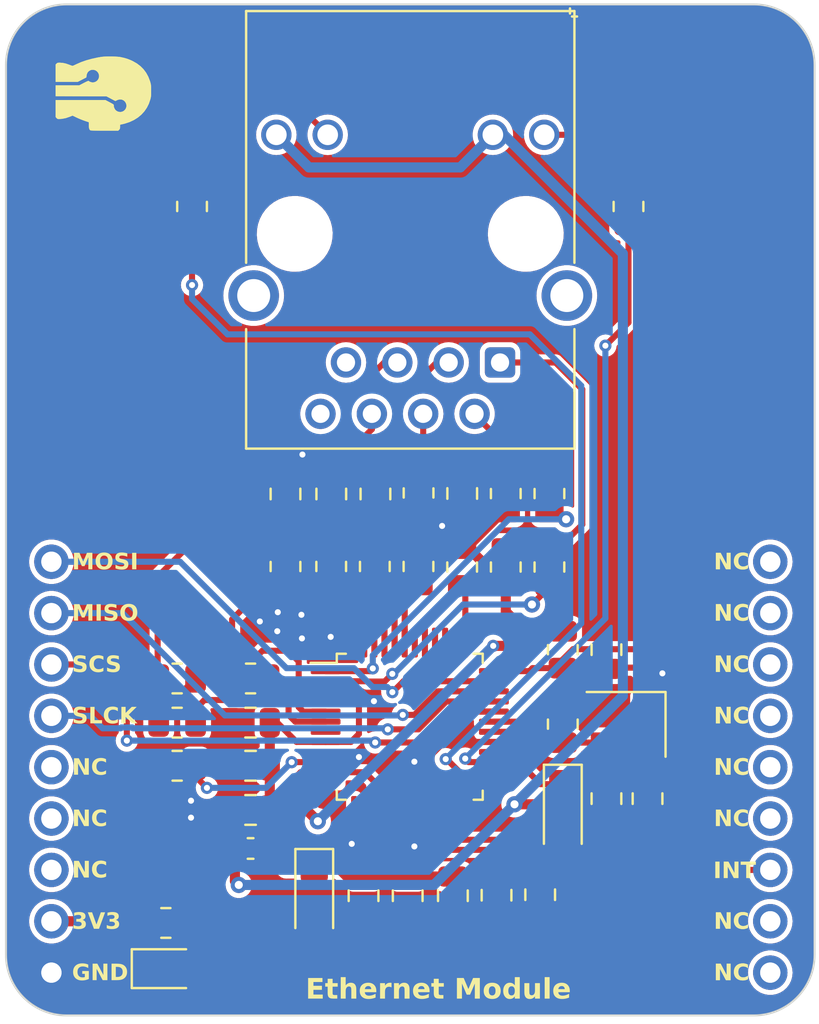
<source format=kicad_pcb>
(kicad_pcb (version 20221018) (generator pcbnew)
  (layers (0 "F.Cu" signal) (31 "B.Cu" signal) (34 "B.Paste" user) (35 "F.Paste" user) (36 "B.SilkS" user "B.Silkscreen") (37 "F.SilkS" user "F.Silkscreen") (38 "B.Mask" user) (39 "F.Mask" user) (44 "Edge.Cuts" user))
  (net 0 "")
  (net 1 "GND")
  (net 2 "Net-(U1-XI{slash}CLKIN)")
  (net 3 "Net-(U1-XO)")
  (net 4 "+3V3")
  (net 5 "+3.3VA")
  (net 6 "Net-(U1-1V2O)")
  (net 7 "Net-(U1-TOCAP)")
  (net 8 "RJ5")
  (net 9 "Net-(C15-Pad2)")
  (net 10 "Net-(C16-Pad1)")
  (net 11 "Net-(C16-Pad2)")
  (net 12 "Net-(C17-Pad1)")
  (net 13 "RJ1")
  (net 14 "RJ2")
  (net 17 "Net-(J1-Pad9)")
  (net 18 "Net-(J1-Pad11)")
  (net 19 "Net-(U1-PMODE0)")
  (net 20 "Net-(U1-PMODE1)")
  (net 21 "Net-(U1-PMODE2)")
  (net 22 "Net-(U1-EXRES1)")
  (net 23 "INT")
  (net 24 "Net-(U1-TXN)")
  (net 25 "Net-(U1-TXP)")
  (net 26 "Net-(U1-RXN)")
  (net 27 "Net-(U1-RXP)")
  (net 28 "ACTLED")
  (net 29 "LINKLED")
  (net 30 "RST")
  (net 37 "SCS")
  (net 38 "SLCK")
  (net 39 "MISO")
  (net 40 "MOSI")
  (net 59 "Net-(D1-A)")
  (footprint "Capacitor_SMD:C_0805_2012Metric" (layer "F.Cu") (at 83.0072 84.963 -90)
    (fp_text reference "C11" hide)
    (fp_text value "4.7uF" hide)
  )
  (footprint "Package_QFP:LQFP-48_7x7mm_P0.5mm" (layer "F.Cu") (at 76.5556 76.6572)
    (fp_text reference "U1" hide)
    (fp_text value "W5500" hide)
  )
  (footprint "Capacitor_SMD:C_0805_2012Metric" (layer "F.Cu") (at 86.2857 72.8453 -90)
    (fp_text reference "C2" hide)
    (fp_text value "10pF" hide)
  )
  (footprint "Capacitor_SMD:C_0805_2012Metric" (layer "F.Cu") (at 74.8578 65.146 -90)
    (fp_text reference "C17" hide)
    (fp_text value "6.8nF" hide)
  )
  (footprint "Resistor_SMD:R_0805_2012Metric" (layer "F.Cu") (at 70.4088 68.7324 90)
    (fp_text reference "R12" hide)
    (fp_text value "50R" hide)
  )
  (footprint "Resistor_SMD:R_0805_2012Metric" (layer "F.Cu") (at 83.4644 65.1256 -90)
    (fp_text reference "R8" hide)
    (fp_text value "33R" hide)
  )
  (footprint "Resistor_SMD:R_0805_2012Metric" (layer "F.Cu") (at 74.8284 68.7305 -90)
    (fp_text reference "R2" hide)
    (fp_text value "10K" hide)
  )
  (footprint "Capacitor_SMD:C_0805_2012Metric" (layer "F.Cu") (at 68.6816 80.772 180)
    (fp_text reference "C8" hide)
    (fp_text value "1uF" hide)
  )
  (footprint "Resistor_SMD:R_0805_2012Metric" (layer "F.Cu") (at 64.4906 86.36)
    (fp_text reference "R7" hide)
    (fp_text value "470r")
  )
  (footprint "Capacitor_SMD:C_0805_2012Metric" (layer "F.Cu") (at 68.6816 78.5876 180)
    (fp_text reference "C9" hide)
    (fp_text value "1uF" hide)
  )
  (footprint "Resistor_SMD:R_0805_2012Metric" (layer "F.Cu") (at 76.9874 68.7305 -90)
    (fp_text reference "R4" hide)
    (fp_text value "10K" hide)
  )
  (footprint "Capacitor_Tantalum_SMD:CP_EIA-3216-10_Kemet-I" (layer "F.Cu") (at 84.1267 80.8463 -90)
    (fp_text reference "C3" hide)
    (fp_text value "10uF" hide)
  )
  (footprint "Resistor_SMD:R_0805_2012Metric" (layer "F.Cu") (at 81.3054 65.1256 90)
    (fp_text reference "R13" hide)
    (fp_text value "50R" hide)
  )
  (footprint "Capacitor_SMD:C_0603_1608Metric" (layer "F.Cu") (at 68.6816 82.677 180)
    (fp_text reference "L1" hide)
    (fp_text value "L_Ferrite" hide)
  )
  (footprint "Capacitor_Tantalum_SMD:CP_EIA-3216-10_Kemet-I" (layer "F.Cu") (at 71.8312 85.0138 -90)
    (fp_text reference "C13" hide)
    (fp_text value "10uF" hide)
  )
  (footprint "Resistor_SMD:R_0805_2012Metric" (layer "F.Cu") (at 87.376 50.927 -90)
    (fp_text reference "R17" hide)
    (fp_text value "2.2K" hide)
  )
  (footprint "Capacitor_SMD:C_0805_2012Metric" (layer "F.Cu") (at 78.6892 85.0138 -90)
    (fp_text reference "C7" hide)
    (fp_text value "1uF" hide)
  )
  (footprint "Resistor_SMD:R_0805_2012Metric" (layer "F.Cu") (at 65.786 50.927 -90)
    (fp_text reference "R18" hide)
    (fp_text value "2.2K" hide)
  )
  (footprint "Resistor_SMD:R_0805_2012Metric" (layer "F.Cu") (at 84.1267 72.8453 -90)
    (fp_text reference "R6" hide)
    (fp_text value "10K" hide)
  )
  (footprint "LED_SMD:LED_0805_2012Metric" (layer "F.Cu") (at 64.4906 88.6206)
    (fp_text reference "D1" hide)
    (fp_text value "LED")
  )
  (footprint "Capacitor_SMD:C_0805_2012Metric" (layer "F.Cu") (at 70.4088 65.146 -90)
    (fp_text reference "C14" hide)
    (fp_text value "10nF" hide)
  )
  (footprint "Resistor_SMD:R_0805_2012Metric" (layer "F.Cu") (at 81.3054 68.7578 90)
    (fp_text reference "R15" hide)
    (fp_text value "50R" hide)
  )
  (footprint "Resistor_SMD:R_0805_2012Metric" (layer "F.Cu") (at 79.1464 68.7578 -90)
    (fp_text reference "R19" hide)
    (fp_text value "10K" hide)
  )
  (footprint "Connector_RJ:RJ45_Hanrun_HR911105A" (layer "F.Cu") (at 81.021 58.6425 180)
    (fp_text reference "J1" hide)
    (fp_text value "RJ45_LED" hide)
  )
  (footprint "Resistor_SMD:R_0805_2012Metric" (layer "F.Cu") (at 65.0494 74.2696 180)
    (fp_text reference "R14" hide)
    (fp_text value "50R" hide)
  )
  (footprint "Capacitor_SMD:C_0805_2012Metric" (layer "F.Cu") (at 86.2857 80.2113 -90)
    (fp_text reference "C4" hide)
    (fp_text value "100nF" hide)
  )
  (footprint "Moduler_:pin_header_5-3" (layer "F.Cu") (at 76.581 78.6892)
    (fp_text reference "U2" hide)
    (fp_text value "~")
    (fp_poly (pts (xy 17.154627 -37.750531) (xy 17.306893 -37.738952) (xy 17.456945 -37.719884) (xy 17.604595 -37.693514) (xy 17.749655 -37.660032) (xy 17.891935 -37.619627) (xy 18.031248 -37.572485) (xy 18.167406 -37.518797) (xy 18.300219 -37.458749) (xy 18.429499 -37.392531) (xy 18.555059 -37.320331) (xy 18.676709 -37.242337) (xy 18.794262 -37.158739) (xy 18.907528 -37.069723) (xy 19.01632 -36.975479) (xy 19.120449 -36.876195) (xy 19.219726 -36.772059) (xy 19.313964 -36.66326) (xy 19.402974 -36.549986) (xy 19.486568 -36.432426) (xy 19.564556 -36.310768) (xy 19.636751 -36.1852) (xy 19.702965 -36.055911) (xy 19.763009 -35.923089) (xy 19.816694 -35.786922) (xy 19.863832 -35.6476) (xy 19.904235 -35.50531) (xy 19.937715 -35.360241) (xy 19.964083 -35.212581) (xy 19.98315 -35.062518) (xy 19.994728 -34.910242) (xy 19.99863 -34.755939) (xy 19.99863 9.244306) (xy 19.994728 9.398609) (xy 19.98315 9.550885) (xy 19.964083 9.700948) (xy 19.937715 9.848608) (xy 19.904235 9.993677) (xy 19.863832 10.135968) (xy 19.816694 10.27529) (xy 19.763009 10.411456) (xy 19.702965 10.544278) (xy 19.636751 10.673567) (xy 19.564556 10.799135) (xy 19.486568 10.920794) (xy 19.402974 11.038354) (xy 19.313964 11.151628) (xy 19.219726 11.260427) (xy 19.120449 11.364562) (xy 19.01632 11.463846) (xy 18.907528 11.55809) (xy 18.794262 11.647106) (xy 18.676709 11.730705) (xy 18.555059 11.808698) (xy 18.429499 11.880898) (xy 18.300219 11.947116) (xy 18.167406 12.007163) (xy 18.031248 12.060852) (xy 17.891935 12.107993) (xy 17.749655 12.148399) (xy 17.604595 12.181881) (xy 17.456945 12.20825) (xy 17.306893 12.227319) (xy 17.154627 12.238898) (xy 17.000335 12.2428) (xy -17.000335 12.2428) (xy -17.154626 12.238898) (xy -17.306893 12.227319) (xy -17.456945 12.20825) (xy -17.604596 12.181881) (xy -17.749655 12.148399) (xy -17.891936 12.107993) (xy -18.031249 12.060852) (xy -18.167406 12.007163) (xy -18.30022 11.947116) (xy -18.4295 11.880898) (xy -18.55506 11.808698) (xy -18.67671 11.730705) (xy -18.794262 11.647106) (xy -18.907529 11.55809) (xy -19.016321 11.463846) (xy -19.120449 11.364562) (xy -19.219727 11.260427) (xy -19.313965 11.151628) (xy -19.402975 11.038354) (xy -19.486568 10.920794) (xy -19.564556 10.799135) (xy -19.636752 10.673567) (xy -19.702965 10.544278) (xy -19.763009 10.411456) (xy -19.816694 10.27529) (xy -19.863832 10.135968) (xy -19.904235 9.993677) (xy -19.937715 9.848608) (xy -19.964083 9.700948) (xy -19.98315 9.550885) (xy -19.994728 9.398609) (xy -19.99863 9.244306) (xy -19.99863 -34.755939) (xy -19.994728 -34.910242) (xy -19.98315 -35.062518) (xy -19.964083 -35.212581) (xy -19.937715 -35.360241) (xy -19.904235 -35.50531) (xy -19.863832 -35.6476) (xy -19.816694 -35.786922) (xy -19.763009 -35.923089) (xy -19.702965 -36.055911) (xy -19.636752 -36.1852) (xy -19.564556 -36.310768) (xy -19.486568 -36.432426) (xy -19.402975 -36.549986) (xy -19.313965 -36.66326) (xy -19.219727 -36.772059) (xy -19.120449 -36.876195) (xy -19.016321 -36.975479) (xy -18.907529 -37.069723) (xy -18.794262 -37.158739) (xy -18.67671 -37.242337) (xy -18.55506 -37.320331) (xy -18.4295 -37.392531) (xy -18.30022 -37.458749) (xy -18.167406 -37.518797) (xy -18.031249 -37.572485) (xy -17.891936 -37.619627) (xy -17.749655 -37.660032) (xy -17.604596 -37.693514) (xy -17.456945 -37.719884) (xy -17.306893 -37.738952) (xy -17.154626 -37.750531) (xy -17.000335 -37.754433) (xy 17.000335 -37.754433)) (stroke (width 0.1)) (fill none) (layer "Edge.Cuts"))
  )
  (footprint "Resistor_SMD:R_0805_2012Metric" (layer "F.Cu") (at 65.0494 78.5876 180)
    (fp_text reference "R5" hide)
    (fp_text value "12.4K" hide)
  )
  (footprint "Crystal:Crystal_SMD_EuroQuartz_MT-4Pin_3.2x2.5mm" (layer "F.Cu") (at 87.2587 76.5393 180)
    (fp_text reference "Y1" hide)
    (fp_text value "Crystal_GND24" hide)
  )
  (footprint "Resistor_SMD:R_0805_2012Metric" (layer "F.Cu") (at 76.9914 65.0952 90)
    (fp_text reference "R16" hide)
    (fp_text value "10R" hide)
  )
  (footprint "Resistor_SMD:R_0805_2012Metric" (layer "F.Cu") (at 65.0494 76.454)
    (fp_text reference "R10" hide)
    (fp_text value "33R" hide)
  )
  (footprint "Resistor_SMD:R_0805_2012Metric" (layer "F.Cu") (at 68.6816 74.2696)
    (fp_text reference "R11" hide)
    (fp_text value "33R" hide)
  )
  (footprint "Capacitor_SMD:C_0805_2012Metric" (layer "F.Cu") (at 80.8482 84.9884 -90)
    (fp_text reference "C12" hide)
    (fp_text value "10nF" hide)
  )
  (footprint "Resistor_SMD:R_0805_2012Metric" (layer "F.Cu") (at 83.4644 68.7578 90)
    (fp_text reference "R9" hide)
    (fp_text value "33R" hide)
  )
  (footprint "Resistor_SMD:R_0805_2012Metric" (layer "F.Cu") (at 84.1267 76.5283 90)
    (fp_text reference "R3" hide)
    (fp_text value "1M" hide)
  )
  (footprint "Capacitor_SMD:C_0805_2012Metric" (layer "F.Cu") (at 88.3177 80.2113 90)
    (fp_text reference "C1" hide)
    (fp_text value "10pF" hide)
  )
  (footprint "Resistor_SMD:R_0805_2012Metric" (layer "F.Cu") (at 72.6694 68.7305 90)
    (fp_text reference "R1" hide)
    (fp_text value "10K" hide)
  )
  (footprint "Capacitor_SMD:C_0805_2012Metric" (layer "F.Cu") (at 72.6734 65.146 -90)
    (fp_text reference "C16" hide)
    (fp_text value "6.8nF" hide)
  )
  (footprint "Capacitor_SMD:C_0805_2012Metric" (layer "F.Cu") (at 68.6816 76.454 180)
    (fp_text reference "C10" hide)
    (fp_text value "1uF" hide)
  )
  (footprint "Capacitor_SMD:C_0805_2012Metric" (layer "F.Cu") (at 74.2696 85.0138 -90)
    (fp_text reference "C5" hide)
    (fp_text value "1uF" hide)
  )
  (footprint "Capacitor_SMD:C_0805_2012Metric" (layer "F.Cu") (at 76.454 85.0138 -90)
    (fp_text reference "C6" hide)
    (fp_text value "1uF" hide)
  )
  (footprint "Capacitor_SMD:C_0805_2012Metric" (layer "F.Cu") (at 79.1504 65.1206 90)
    (fp_text reference "C15" hide)
    (fp_text value "22nF" hide)
  )
  (segment (start 76.7842 78.3844) (end 76.091693 78.3844) (width 0.3) (layer "F.Cu") (net 1))
  (segment (start 77.287361 78.3844) (end 78.264561 77.4072) (width 0.3) (layer "F.Cu") (net 1))
  (segment (start 86.1587 75.6393) (end 86.5587 75.6393) (width 0.3) (layer "F.Cu") (net 1))
  (segment (start 73.7924 77.9072) (end 72.3931 77.9072) (width 0.3) (layer "F.Cu") (net 1))
  (segment (start 75.3056 79.170493) (end 75.3056 80.8197) (width 0.3) (layer "F.Cu") (net 1))
  (segment (start 78.264561 77.4072) (end 80.7181 77.4072) (width 0.3) (layer "F.Cu") (net 1))
  (segment (start 86.5587 75.6393) (end 88.3587 77.4393) (width 0.3) (layer "F.Cu") (net 1))
  (segment (start 76.091693 78.3844) (end 75.3056 79.170493) (width 0.3) (layer "F.Cu") (net 1))
  (segment (start 76.8056 82.554) (end 76.7842 82.5754) (width 0.3) (layer "F.Cu") (net 1))
  (segment (start 72.9265 72.4947) (end 72.644 72.2122) (width 0.3) (layer "F.Cu") (net 1))
  (segment (start 74.3056 81.8282) (end 73.6854 82.4484) (width 0.3) (layer "F.Cu") (net 1))
  (segment (start 88.2343 77.4393) (end 88.3587 77.4393) (width 0.3) (layer "F.Cu") (net 1))
  (segment (start 72.3931 74.9072) (end 74.196 74.9072) (width 0.3) (layer "F.Cu") (net 1))
  (segment (start 73.8056 72.4947) (end 72.9265 72.4947) (width 0.3) (layer "F.Cu") (net 1))
  (segment (start 74.041 78.1558) (end 73.7924 77.9072) (width 0.3) (layer "F.Cu") (net 1))
  (segment (start 76.7842 78.3844) (end 77.287361 78.3844) (width 0.3) (layer "F.Cu") (net 1))
  (segment (start 74.3056 80.8197) (end 74.3056 81.8282) (width 0.3) (layer "F.Cu") (net 1))
  (segment (start 76.8056 80.8197) (end 76.8056 82.554) (width 0.3) (layer "F.Cu") (net 1))
  (via (at 73.6854 82.4484) (size 0.6) (drill 0.3) (layers "F.Cu" "B.Cu") (net 1))
  (via (at 71.2216 72.2884) (size 0.6) (drill 0.3) (layers "F.Cu" "B.Cu") (net 1))
  (via (at 89.0524 74.0156) (size 0.6) (drill 0.3) (layers "F.Cu" "B.Cu") (net 1))
  (via (at 72.644 72.2122) (size 0.6) (drill 0.3) (layers "F.Cu" "B.Cu") (net 1))
  (via (at 70.0278 70.993) (size 0.6) (drill 0.3) (layers "F.Cu" "B.Cu") (net 1))
  (via (at 71.247 63.1952) (size 0.6) (drill 0.3) (layers "F.Cu" "B.Cu") (net 1))
  (via (at 76.7842 78.3844) (size 0.6) (drill 0.3) (layers "F.Cu" "B.Cu") (net 1))
  (via (at 70.0024 71.9328) (size 0.6) (drill 0.3) (layers "F.Cu" "B.Cu") (net 1))
  (via (at 76.7842 82.5754) (size 0.6) (drill 0.3) (layers "F.Cu" "B.Cu") (net 1))
  (via (at 69.1388 71.4502) (size 0.6) (drill 0.3) (layers "F.Cu" "B.Cu") (net 1))
  (via (at 65.7352 80.3148) (size 0.6) (drill 0.3) (layers "F.Cu" "B.Cu") (net 1))
  (via (at 78.1558 66.7258) (size 0.6) (drill 0.3) (layers "F.Cu" "B.Cu") (net 1))
  (via (at 71.1962 71.12) (size 0.6) (drill 0.3) (layers "F.Cu" "B.Cu") (net 1))
  (via (at 74.783573 75.392773) (size 0.6) (drill 0.3) (layers "F.Cu" "B.Cu") (net 1))
  (via (at 65.7352 81.153) (size 0.6) (drill 0.3) (layers "F.Cu" "B.Cu") (net 1))
  (via (at 74.041 78.1558) (size 0.6) (drill 0.3) (layers "F.Cu" "B.Cu") (net 1))
  (segment (start 80.7181 76.9072) (end 82.7276 76.9072) (width 0.3) (layer "F.Cu") (net 2))
  (segment (start 83.2597 77.4393) (end 86.1587 77.4393) (width 0.3) (layer "F.Cu") (net 2))
  (segment (start 86.1587 77.4393) (end 87.9807 79.2613) (width 0.3) (layer "F.Cu") (net 2))
  (segment (start 87.9807 79.2613) (end 88.3177 79.2613) (width 0.3) (layer "F.Cu") (net 2))
  (segment (start 82.7276 76.9072) (end 83.2597 77.4393) (width 0.3) (layer "F.Cu") (net 2))
  (segment (start 88.3587 74.4103) (end 87.6827 73.7343) (width 0.3) (layer "F.Cu") (net 3))
  (segment (start 87.6827 73.7343) (end 86.0317 73.7343) (width 0.3) (layer "F.Cu") (net 3))
  (segment (start 83.3353 76.4072) (end 84.1267 75.6158) (width 0.3) (layer "F.Cu") (net 3))
  (segment (start 80.7181 76.4072) (end 83.3353 76.4072) (width 0.3) (layer "F.Cu") (net 3))
  (segment (start 84.1502 75.6158) (end 84.1267 75.6158) (width 0.3) (layer "F.Cu") (net 3))
  (segment (start 88.3587 75.6393) (end 88.3587 74.4103) (width 0.3) (layer "F.Cu") (net 3))
  (segment (start 86.0317 73.7343) (end 84.1502 75.6158) (width 0.3) (layer "F.Cu") (net 3))
  (segment (start 84.3617 79.2613) (end 84.1267 79.4963) (width 0.3) (layer "F.Cu") (net 4))
  (segment (start 83.1304 80.4926) (end 84.1267 79.4963) (width 0.5) (layer "F.Cu") (net 4))
  (segment (start 67.9066 82.677) (end 67.9066 84.2896) (width 0.5) (layer "F.Cu") (net 4))
  (segment (start 63.5762 86.3581) (end 63.5762 83.947) (width 0.5) (layer "F.Cu") (net 4))
  (segment (start 86.2857 79.2613) (end 84.3617 79.2613) (width 0.3) (layer "F.Cu") (net 4))
  (segment (start 82.3936 78.8592) (end 83.0307 79.4963) (width 0.3) (layer "F.Cu") (net 4))
  (segment (start 80.7181 77.9072) (end 81.9641 77.9072) (width 0.3) (layer "F.Cu") (net 4))
  (segment (start 64.8462 82.677) (end 67.9066 82.677) (width 0.5) (layer "F.Cu") (net 4))
  (segment (start 63.5781 86.36) (end 63.5762 86.3581) (width 0.5) (layer "F.Cu") (net 4))
  (segment (start 58.829634 86.328402) (end 58.880434 86.277602) (width 0.5) (layer "F.Cu") (net 4))
  (segment (start 67.9066 84.2896) (end 68.0974 84.4804) (width 0.5) (layer "F.Cu") (net 4))
  (segment (start 63.495702 86.277602) (end 63.5781 86.36) (width 0.5) (layer "F.Cu") (net 4))
  (segment (start 81.7372 80.4926) (end 83.1304 80.4926) (width 0.5) (layer "F.Cu") (net 4))
  (segment (start 82.3936 78.3367) (end 82.3936 78.8592) (width 0.3) (layer "F.Cu") (net 4))
  (segment (start 58.880434 86.277602) (end 63.495702 86.277602) (width 0.5) (layer "F.Cu") (net 4))
  (segment (start 63.5762 83.947) (end 64.8462 82.677) (width 0.5) (layer "F.Cu") (net 4))
  (segment (start 81.9641 77.9072) (end 82.3936 78.3367) (width 0.3) (layer "F.Cu") (net 4))
  (segment (start 83.0307 79.4963) (end 84.1267 79.4963) (width 0.3) (layer "F.Cu") (net 4))
  (via (at 81.7372 80.4926) (size 0.8) (drill 0.4) (layers "F.Cu" "B.Cu") (net 4))
  (via (at 68.0974 84.4804) (size 0.8) (drill 0.4) (layers "F.Cu" "B.Cu") (net 4))
  (segment (start 87.0966 53.2638) (end 81.2153 47.3825) (width 0.5) (layer "B.Cu") (net 4))
  (segment (start 80.666 47.3825) (end 79.0519 48.9966) (width 0.5) (layer "B.Cu") (net 4))
  (segment (start 87.0966 75.1332) (end 87.0966 53.2638) (width 0.5) (layer "B.Cu") (net 4))
  (segment (start 81.7372 80.4926) (end 87.0966 75.1332) (width 0.5) (layer "B.Cu") (net 4))
  (segment (start 79.0519 48.9966) (end 71.5701 48.9966) (width 0.5) (layer "B.Cu") (net 4))
  (segment (start 68.0974 84.4804) (end 77.7494 84.4804) (width 0.5) (layer "B.Cu") (net 4))
  (segment (start 81.2153 47.3825) (end 80.666 47.3825) (width 0.5) (layer "B.Cu") (net 4))
  (segment (start 77.7494 84.4804) (end 81.7372 80.4926) (width 0.5) (layer "B.Cu") (net 4))
  (segment (start 71.5701 48.9966) (end 69.956 47.3825) (width 0.5) (layer "B.Cu") (net 4))
  (segment (start 75.8056 82.6128) (end 76.454 83.2612) (width 0.3) (layer "F.Cu") (net 5))
  (segment (start 81.3054 69.6703) (end 81.3054 70.9676) (width 0.5) (layer "F.Cu") (net 5))
  (segment (start 70.5358 79.5274) (end 70.5358 80.772) (width 0.3) (layer "F.Cu") (net 5))
  (segment (start 82.1944 71.8566) (end 84.0505 71.8566) (width 0.5) (layer "F.Cu") (net 5))
  (segment (start 71.8312 83.6638) (end 72.056 83.439) (width 0.3) (layer "F.Cu") (net 5))
  (segment (start 80.6831 72.6567) (end 81.3943 72.6567) (width 0.5) (layer "F.Cu") (net 5))
  (segment (start 69.4566 82.677) (end 70.4434 83.6638) (width 0.5) (layer "F.Cu") (net 5))
  (segment (start 81.1295 66.0381) (end 81.3054 66.0381) (width 0.5) (layer "F.Cu") (net 5))
  (segment (start 77.8056 79.5582) (end 77.4446 79.1972) (width 0.3) (layer "F.Cu") (net 5))
  (segment (start 74.2696 82.9818) (end 74.2696 84.0638) (width 0.3) (layer "F.Cu") (net 5))
  (segment (start 78.8056 79.3898) (end 78.613 79.1972) (width 0.3) (layer "F.Cu") (net 5))
  (segment (start 81.3054 70.9676) (end 82.1944 71.8566) (width 0.5) (layer "F.Cu") (net 5))
  (segment (start 75.8056 80.8197) (end 75.8056 82.6128) (width 0.3) (layer "F.Cu") (net 5))
  (segment (start 77.4446 79.1972) (end 76.1238 79.1972) (width 0.3) (layer "F.Cu") (net 5))
  (segment (start 76.9914 67.814) (end 76.9874 67.818) (width 0.5) (layer "F.Cu") (net 5))
  (segment (start 84.0505 71.8566) (end 84.1267 71.9328) (width 0.5) (layer "F.Cu") (net 5))
  (segment (start 73.6466 77.4072) (end 72.3931 77.4072) (width 0.3) (layer "F.Cu") (net 5))
  (segment (start 74.8056 82.4458) (end 74.8056 80.8197) (width 0.3) (layer "F.Cu") (net 5))
  (segment (start 70.5358 80.772) (end 69.6316 80.772) (width 0.5) (layer "F.Cu") (net 5))
  (segment (start 69.6316 80.772) (end 69.6316 82.502) (width 0.5) (layer "F.Cu") (net 5))
  (segment (start 69.6316 80.772) (end 69.6316 76.454) (width 0.5) (layer "F.Cu") (net 5))
  (segment (start 74.3352 78.9072) (end 74.8056 79.3776) (width 0.3) (layer "F.Cu") (net 5))
  (segment (start 74.041 75.6412) (end 74.041 77.0128) (width 0.3) (layer "F.Cu") (net 5))
  (segment (start 74.041 77.0128) (end 73.6466 77.4072) (width 0.3) (layer "F.Cu") (net 5))
  (segment (start 75.8056 79.5154) (end 75.8056 80.8197) (width 0.3) (layer "F.Cu") (net 5))
  (segment (start 72.3931 75.4072) (end 73.807 75.4072) (width 0.3) (layer "F.Cu") (net 5))
  (segment (start 72.3931 77.4072) (end 70.9556 77.4072) (width 0.3) (layer "F.Cu") (net 5))
  (segment (start 78.8056 80.8197) (end 78.8056 79.3898) (width 0.3) (layer "F.Cu") (net 5))
  (segment (start 74.2696 82.9818) (end 74.8056 82.4458) (width 0.3) (layer "F.Cu") (net 5))
  (segment (start 70.9556 77.4072) (end 70.0024 76.454) (width 0.3) (layer "F.Cu") (net 5))
  (segment (start 76.454 83.2612) (end 76.454 84.0638) (width 0.3) (layer "F.Cu") (net 5))
  (segment (start 79.1464 67.8453) (end 79.3223 67.8453) (width 0.5) (layer "F.Cu") (net 5))
  (segment (start 78.613 79.1972) (end 77.4446 79.1972) (width 0.3) (layer "F.Cu") (net 5))
  (segment (start 71.4502 80.772) (end 70.5358 80.772) (width 0.5) (layer "F.Cu") (net 5))
  (segment (start 81.3943 72.6567) (end 82.1944 71.8566) (width 0.5) (layer "F.Cu") (net 5))
  (segment (start 76.9914 66.0077) (end 76.9914 67.814) (width 0.5) (layer "F.Cu") (net 5))
  (segment (start 72.3931 78.9072) (end 74.3352 78.9072) (width 0.3) (layer "F.Cu") (net 5))
  (segment (start 73.4504 84.0638) (end 73.0504 83.6638) (width 0.5) (layer "F.Cu") (net 5))
  (segment (start 74.2696 84.0638) (end 73.4504 84.0638) (width 0.5) (layer "F.Cu") (net 5))
  (segment (start 77.8056 80.8197) (end 77.8056 79.5582) (width 0.3) (layer "F.Cu") (net 5))
  (segment (start 72.009 81.3308) (end 71.4502 80.772) (width 0.5) (layer "F.Cu") (net 5))
  (segment (start 73.0504 83.6638) (end 71.8312 83.6638) (width 0.5) (layer "F.Cu") (net 5))
  (segment (start 79.3223 67.8453) (end 81.1295 66.0381) (width 0.5) (layer "F.Cu") (net 5))
  (segment (start 73.807 75.4072) (end 74.041 75.6412) (width 0.3) (layer "F.Cu") (net 5))
  (segment (start 70.4434 83.6638) (end 71.8312 83.6638) (width 0.5) (layer "F.Cu") (net 5))
  (segment (start 69.6316 82.502) (end 69.4566 82.677) (width 0.5) (layer "F.Cu") (net 5))
  (segment (start 76.1238 79.1972) (end 75.8056 79.5154) (width 0.3) (layer "F.Cu") (net 5))
  (segment (start 72.3931 78.9072) (end 71.156 78.9072) (width 0.3) (layer "F.Cu") (net 5))
  (segment (start 70.0024 76.454) (end 69.6316 76.454) (width 0.3) (layer "F.Cu") (net 5))
  (segment (start 78.6892 84.0638) (end 74.2696 84.0638) (width 0.5) (layer "F.Cu") (net 5))
  (segment (start 71.156 78.9072) (end 70.5358 79.5274) (width 0.3) (layer "F.Cu") (net 5))
  (segment (start 72.6694 67.818) (end 79.4531 67.818) (width 0.5) (layer "F.Cu") (net 5))
  (segment (start 74.8056 79.3776) (end 74.8056 80.8197) (width 0.3) (layer "F.Cu") (net 5))
  (segment (start 79.4531 67.818) (end 81.3054 69.6703) (width 0.5) (layer "F.Cu") (net 5))
  (via (at 80.6831 72.6567) (size 0.6) (drill 0.3) (layers "F.Cu" "B.Cu") (net 5))
  (via (at 72.009 81.3308) (size 0.8) (drill 0.4) (layers "F.Cu" "B.Cu") (net 5))
  (segment (start 80.6831 72.6567) (end 72.009 81.3308) (width 0.5) (layer "B.Cu") (net 5))
  (segment (start 78.3056 81.9378) (end 78.613 82.2452) (width 0.3) (layer "F.Cu") (net 6))
  (segment (start 82.6516 82.2452) (end 83.0072 82.6008) (width 0.3) (layer "F.Cu") (net 6))
  (segment (start 78.613 82.2452) (end 82.6516 82.2452) (width 0.3) (layer "F.Cu") (net 6))
  (segment (start 78.3056 80.8197) (end 78.3056 81.9378) (width 0.3) (layer "F.Cu") (net 6))
  (segment (start 83.0072 82.6008) (end 83.0072 84.013) (width 0.3) (layer "F.Cu") (net 6))
  (segment (start 80.4338 82.7452) (end 77.9954 82.7452) (width 0.3) (layer "F.Cu") (net 7))
  (segment (start 77.9954 82.7452) (end 77.3056 82.0554) (width 0.3) (layer "F.Cu") (net 7))
  (segment (start 80.8482 83.1596) (end 80.4338 82.7452) (width 0.3) (layer "F.Cu") (net 7))
  (segment (start 80.8482 84.0384) (end 80.8482 83.1596) (width 0.3) (layer "F.Cu") (net 7))
  (segment (start 77.3056 82.0554) (end 77.3056 80.8197) (width 0.3) (layer "F.Cu") (net 7))
  (segment (start 75.2917 58.6425) (end 73.406 60.5282) (width 0.3) (layer "F.Cu") (net 8))
  (segment (start 73.406 60.5282) (end 73.406 62.1284) (width 0.3) (layer "F.Cu") (net 8))
  (segment (start 69.088 63.1698) (end 69.088 65.532) (width 0.3) (layer "F.Cu") (net 8))
  (segment (start 64.1369 74.2696) (end 64.0842 74.2169) (width 0.3) (layer "F.Cu") (net 8))
  (segment (start 70.4088 66.096) (end 70.4088 67.8199) (width 0.3) (layer "F.Cu") (net 8))
  (segment (start 73.406 62.1284) (end 73.0758 62.4586) (width 0.3) (layer "F.Cu") (net 8))
  (segment (start 69.088 65.532) (end 69.652 66.096) (width 0.3) (layer "F.Cu") (net 8))
  (segment (start 64.0842 74.2169) (end 64.0842 69.2404) (width 0.3) (layer "F.Cu") (net 8))
  (segment (start 73.0758 62.4586) (end 69.7992 62.4586) (width 0.3) (layer "F.Cu") (net 8))
  (segment (start 69.652 66.096) (end 70.4088 66.096) (width 0.3) (layer "F.Cu") (net 8))
  (segment (start 64.0842 69.2404) (end 65.4812 67.8434) (width 0.3) (layer "F.Cu") (net 8))
  (segment (start 69.7992 62.4586) (end 69.088 63.1698) (width 0.3) (layer "F.Cu") (net 8))
  (segment (start 65.4812 67.8434) (end 70.3853 67.8434) (width 0.3) (layer "F.Cu") (net 8))
  (segment (start 70.3853 67.8434) (end 70.4088 67.8199) (width 0.3) (layer "F.Cu") (net 8))
  (segment (start 75.941 58.6425) (end 75.2917 58.6425) (width 0.3) (layer "F.Cu") (net 8))
  (segment (start 77.221 63.9531) (end 76.9914 64.1827) (width 0.3) (layer "F.Cu") (net 9))
  (segment (start 77.221 61.1825) (end 77.221 63.9531) (width 0.3) (layer "F.Cu") (net 9))
  (segment (start 79.1383 64.1827) (end 79.1504 64.1706) (width 0.3) (layer "F.Cu") (net 9))
  (segment (start 76.9914 64.1827) (end 79.1383 64.1827) (width 0.3) (layer "F.Cu") (net 9))
  (segment (start 72.6734 64.196) (end 72.6734 63.9532) (width 0.3) (layer "F.Cu") (net 10))
  (segment (start 72.6734 63.9532) (end 74.681 61.9456) (width 0.3) (layer "F.Cu") (net 10))
  (segment (start 74.681 61.9456) (end 74.681 61.1825) (width 0.3) (layer "F.Cu") (net 10))
  (segment (start 65.9619 74.2696) (end 67.7691 74.2696) (width 0.3) (layer "F.Cu") (net 11))
  (segment (start 72.08 66.096) (end 74.8578 66.096) (width 0.3) (layer "F.Cu") (net 11))
  (segment (start 64.1369 76.0946) (end 65.9619 74.2696) (width 0.3) (layer "F.Cu") (net 11))
  (segment (start 70.4088 69.6449) (end 70.9695 69.6449) (width 0.3) (layer "F.Cu") (net 11))
  (segment (start 64.1369 76.454) (end 64.1369 76.0946) (width 0.3) (layer "F.Cu") (net 11))
  (segment (start 67.7691 71.3467) (end 67.7691 74.2696) (width 0.3) (layer "F.Cu") (net 11))
  (segment (start 70.4088 69.6449) (end 69.4709 69.6449) (width 0.3) (layer "F.Cu") (net 11))
  (segment (start 71.5518 69.0626) (end 71.5518 66.6242) (width 0.3) (layer "F.Cu") (net 11))
  (segment (start 70.9695 69.6449) (end 71.5518 69.0626) (width 0.3) (layer "F.Cu") (net 11))
  (segment (start 71.5518 66.6242) (end 72.08 66.096) (width 0.3) (layer "F.Cu") (net 11))
  (segment (start 69.4709 69.6449) (end 67.7691 71.3467) (width 0.3) (layer "F.Cu") (net 11))
  (segment (start 75.9206 62.4586) (end 74.8578 63.5214) (width 0.3) (layer "F.Cu") (net 12))
  (segment (start 75.9206 60.6044) (end 75.9206 62.4586) (width 0.3) (layer "F.Cu") (net 12))
  (segment (start 78.481 58.6425) (end 77.8825 58.6425) (width 0.3) (layer "F.Cu") (net 12))
  (segment (start 74.8578 63.5214) (end 74.8578 64.196) (width 0.3) (layer "F.Cu") (net 12))
  (segment (start 77.8825 58.6425) (end 75.9206 60.6044) (width 0.3) (layer "F.Cu") (net 12))
  (segment (start 83.7631 58.6425) (end 81.021 58.6425) (width 0.3) (layer "F.Cu") (net 13))
  (segment (start 84.032661 67.7133) (end 85.09 66.655961) (width 0.3) (layer "F.Cu") (net 13))
  (segment (start 85.09 59.9694) (end 83.7631 58.6425) (width 0.3) (layer "F.Cu") (net 13))
  (segment (start 85.09 66.655961) (end 85.09 59.9694) (width 0.3) (layer "F.Cu") (net 13))
  (segment (start 81.3602 67.7133) (end 84.032661 67.7133) (width 0.3) (layer "F.Cu") (net 13))
  (segment (start 81.3104 64.2081) (end 83.4684 64.2081) (width 0.3) (layer "F.Cu") (net 14))
  (segment (start 79.761 61.1825) (end 79.761 61.219) (width 0.3) (layer "F.Cu") (net 14))
  (segment (start 81.3054 62.7634) (end 81.3054 64.2131) (width 0.3) (layer "F.Cu") (net 14))
  (segment (start 81.3054 64.2131) (end 81.3104 64.2081) (width 0.3) (layer "F.Cu") (net 14))
  (segment (start 79.761 61.219) (end 81.3054 62.7634) (width 0.3) (layer "F.Cu") (net 14))
  (segment (start 83.206 47.3825) (end 86.3715 47.3825) (width 0.3) (layer "F.Cu") (net 17))
  (segment (start 86.3715 47.3825) (end 87.376 48.387) (width 0.3) (layer "F.Cu") (net 17))
  (segment (start 87.376 48.387) (end 87.376 50.0145) (width 0.3) (layer "F.Cu") (net 17))
  (segment (start 71.2145 46.101) (end 66.675 46.101) (width 0.3) (layer "F.Cu") (net 18))
  (segment (start 65.786 46.99) (end 65.786 50.0145) (width 0.3) (layer "F.Cu") (net 18))
  (segment (start 66.675 46.101) (end 65.786 46.99) (width 0.3) (layer "F.Cu") (net 18))
  (segment (start 72.496 47.3825) (end 71.2145 46.101) (width 0.3) (layer "F.Cu") (net 18))
  (segment (start 73.406 71.0438) (end 74.8792 71.0438) (width 0.3) (layer "F.Cu") (net 19))
  (segment (start 72.6694 69.643) (end 72.6694 70.3072) (width 0.3) (layer "F.Cu") (net 19))
  (segment (start 74.8792 71.0438) (end 74.9046 71.0184) (width 0.3) (layer "F.Cu") (net 19))
  (segment (start 75.3056 71.4194) (end 75.3056 72.4947) (width 0.3) (layer "F.Cu") (net 19))
  (segment (start 74.9046 71.0184) (end 75.3056 71.4194) (width 0.3) (layer "F.Cu") (net 19))
  (segment (start 72.6694 70.3072) (end 73.406 71.0438) (width 0.3) (layer "F.Cu") (net 19))
  (segment (start 75.8056 70.6202) (end 75.8056 72.4947) (width 0.3) (layer "F.Cu") (net 20))
  (segment (start 74.8284 69.643) (end 75.8056 70.6202) (width 0.3) (layer "F.Cu") (net 20))
  (segment (start 76.3056 70.3248) (end 76.3056 72.4947) (width 0.3) (layer "F.Cu") (net 21))
  (segment (start 76.9874 69.643) (end 76.3056 70.3248) (width 0.3) (layer "F.Cu") (net 21))
  (segment (start 65.9619 79.1191) (end 66.5226 79.6798) (width 0.3) (layer "F.Cu") (net 22))
  (segment (start 72.3931 78.4072) (end 70.7162 78.4072) (width 0.3) (layer "F.Cu") (net 22))
  (segment (start 65.9619 78.5876) (end 65.9619 79.1191) (width 0.3) (layer "F.Cu") (net 22))
  (segment (start 70.7162 78.4072) (end 70.7136 78.4098) (width 0.3) (layer "F.Cu") (net 22))
  (via (at 66.5226 79.6798) (size 0.6) (drill 0.3) (layers "F.Cu" "B.Cu") (net 22))
  (via (at 70.7136 78.4098) (size 0.6) (drill 0.3) (layers "F.Cu" "B.Cu") (net 22))
  (segment (start 66.5226 79.6798) (end 69.4436 79.6798) (width 0.3) (layer "B.Cu") (net 22))
  (segment (start 69.4436 79.6798) (end 70.7136 78.4098) (width 0.3) (layer "B.Cu") (net 22))
  (segment (start 82.6262 73.7578) (end 84.1267 73.7578) (width 0.3) (layer "F.Cu") (net 23))
  (segment (start 82.4768 73.9072) (end 82.6262 73.7578) (width 0.3) (layer "F.Cu") (net 23))
  (segment (start 89.4842 72.8218) (end 90.678 74.0156) (width 0.3) (layer "F.Cu") (net 23))
  (segment (start 90.678 74.0156) (end 90.678 82.804) (width 0.3) (layer "F.Cu") (net 23))
  (segment (start 90.678 82.804) (end 91.611602 83.737602) (width 0.3) (layer "F.Cu") (net 23))
  (segment (start 84.1267 73.7578) (end 84.1267 73.3279) (width 0.3) (layer "F.Cu") (net 23))
  (segment (start 80.7181 73.9072) (end 82.4768 73.9072) (width 0.3) (layer "F.Cu") (net 23))
  (segment (start 84.1267 73.7578) (end 83.5368 73.7578) (width 0.3) (layer "F.Cu") (net 23))
  (segment (start 91.611602 83.737602) (end 94.389634 83.737602) (width 0.3) (layer "F.Cu") (net 23))
  (segment (start 84.6328 72.8218) (end 89.4842 72.8218) (width 0.3) (layer "F.Cu") (net 23))
  (segment (start 84.1267 73.3279) (end 84.6328 72.8218) (width 0.3) (layer "F.Cu") (net 23))
  (segment (start 74.5926 73.9072) (end 72.3931 73.9072) (width 0.3) (layer "F.Cu") (net 24))
  (segment (start 83.9322 66.0381) (end 84.2897 66.3956) (width 0.3) (layer "F.Cu") (net 24))
  (segment (start 74.7268 73.773) (end 74.5926 73.9072) (width 0.3) (layer "F.Cu") (net 24))
  (segment (start 83.4644 66.0381) (end 83.9322 66.0381) (width 0.3) (layer "F.Cu") (net 24))
  (via (at 84.2897 66.3956) (size 0.8) (drill 0.4) (layers "F.Cu" "B.Cu") (net 24))
  (via (at 74.7268 73.773) (size 0.6) (drill 0.3) (layers "F.Cu" "B.Cu") (net 24))
  (segment (start 81.4578 66.3956) (end 84.2897 66.3956) (width 0.3) (layer "B.Cu") (net 24))
  (segment (start 74.7268 73.1266) (end 81.4578 66.3956) (width 0.3) (layer "B.Cu") (net 24))
  (segment (start 74.7268 73.773) (end 74.7268 73.1266) (width 0.3) (layer "B.Cu") (net 24))
  (segment (start 75.692 74.041) (end 75.31 74.423) (width 0.3) (layer "F.Cu") (net 25))
  (segment (start 75.31 74.423) (end 74.457561 74.423) (width 0.3) (layer "F.Cu") (net 25))
  (segment (start 74.457561 74.423) (end 74.441761 74.4072) (width 0.3) (layer "F.Cu") (net 25))
  (segment (start 83.4644 69.7484) (end 82.6008 70.612) (width 0.3) (layer "F.Cu") (net 25))
  (segment (start 74.441761 74.4072) (end 72.3931 74.4072) (width 0.3) (layer "F.Cu") (net 25))
  (segment (start 83.4644 69.6703) (end 83.4644 69.7484) (width 0.3) (layer "F.Cu") (net 25))
  (via (at 82.6008 70.612) (size 0.8) (drill 0.4) (layers "F.Cu" "B.Cu") (net 25))
  (via (at 75.692 74.041) (size 0.6) (drill 0.3) (layers "F.Cu" "B.Cu") (net 25))
  (segment (start 75.7682 74.041) (end 79.1972 70.612) (width 0.3) (layer "B.Cu") (net 25))
  (segment (start 79.1972 70.612) (end 82.6008 70.612) (width 0.3) (layer "B.Cu") (net 25))
  (segment (start 75.692 74.041) (end 75.7682 74.041) (width 0.3) (layer "B.Cu") (net 25))
  (segment (start 68.363328 75.3364) (end 68.6816 75.018128) (width 0.3) (layer "F.Cu") (net 26))
  (segment (start 71.0612 75.686047) (end 71.282353 75.9072) (width 0.3) (layer "F.Cu") (net 26))
  (segment (start 70.5358 72.898) (end 71.0612 73.4234) (width 0.3) (layer "F.Cu") (net 26))
  (segment (start 69.2658 72.898) (end 70.5358 72.898) (width 0.3) (layer "F.Cu") (net 26))
  (segment (start 71.282353 75.9072) (end 72.3931 75.9072) (width 0.3) (layer "F.Cu") (net 26))
  (segment (start 71.0612 73.4234) (end 71.0612 75.686047) (width 0.3) (layer "F.Cu") (net 26))
  (segment (start 65.9619 75.7701) (end 66.3956 75.3364) (width 0.3) (layer "F.Cu") (net 26))
  (segment (start 66.3956 75.3364) (end 68.363328 75.3364) (width 0.3) (layer "F.Cu") (net 26))
  (segment (start 68.6816 75.018128) (end 68.6816 73.4822) (width 0.3) (layer "F.Cu") (net 26))
  (segment (start 68.6816 73.4822) (end 69.2658 72.898) (width 0.3) (layer "F.Cu") (net 26))
  (segment (start 65.9619 76.454) (end 65.9619 75.7701) (width 0.3) (layer "F.Cu") (net 26))
  (segment (start 70.5612 74.6252) (end 70.2056 74.2696) (width 0.3) (layer "F.Cu") (net 27))
  (segment (start 70.8954 76.4072) (end 70.5612 76.073) (width 0.3) (layer "F.Cu") (net 27))
  (segment (start 70.5612 76.073) (end 70.5612 74.6252) (width 0.3) (layer "F.Cu") (net 27))
  (segment (start 72.3931 76.4072) (end 70.8954 76.4072) (width 0.3) (layer "F.Cu") (net 27))
  (segment (start 70.2056 74.2696) (end 69.5941 74.2696) (width 0.3) (layer "F.Cu") (net 27))
  (segment (start 87.376 56.6674) (end 87.376 51.8395) (width 0.3) (layer "F.Cu") (net 28))
  (segment (start 86.233 57.8104) (end 87.376 56.6674) (width 0.3) (layer "F.Cu") (net 28))
  (segment (start 79.474 78.4072) (end 79.2988 78.232) (width 0.3) (layer "F.Cu") (net 28))
  (segment (start 80.7181 78.4072) (end 79.474 78.4072) (width 0.3) (layer "F.Cu") (net 28))
  (via (at 86.233 57.8104) (size 0.6) (drill 0.3) (layers "F.Cu" "B.Cu") (net 28))
  (via (at 79.2988 78.232) (size 0.6) (drill 0.3) (layers "F.Cu" "B.Cu") (net 28))
  (segment (start 79.2988 78.232) (end 86.233 71.2978) (width 0.3) (layer "B.Cu") (net 28))
  (segment (start 86.233 71.2978) (end 86.233 57.8104) (width 0.3) (layer "B.Cu") (net 28))
  (segment (start 79.530106 79.4072) (end 80.7181 79.4072) (width 0.3) (layer "F.Cu") (net 29))
  (segment (start 65.786 54.8132) (end 65.786 51.8395) (width 0.3) (layer "F.Cu") (net 29))
  (segment (start 78.380306 78.2574) (end 79.530106 79.4072) (width 0.3) (layer "F.Cu") (net 29))
  (segment (start 78.3336 78.2574) (end 78.380306 78.2574) (width 0.3) (layer "F.Cu") (net 29))
  (via (at 78.3336 78.2574) (size 0.6) (drill 0.3) (layers "F.Cu" "B.Cu") (net 29))
  (via (at 65.786 54.8132) (size 0.6) (drill 0.3) (layers "F.Cu" "B.Cu") (net 29))
  (segment (start 85.0397 71.5513) (end 85.0397 59.7921) (width 0.3) (layer "B.Cu") (net 29))
  (segment (start 78.3336 78.2574) (end 85.0397 71.5513) (width 0.3) (layer "B.Cu") (net 29))
  (segment (start 85.0397 59.7921) (end 82.4992 57.2516) (width 0.3) (layer "B.Cu") (net 29))
  (segment (start 67.5386 57.2516) (end 65.786 55.499) (width 0.3) (layer "B.Cu") (net 29))
  (segment (start 65.786 55.499) (end 65.786 54.8132) (width 0.3) (layer "B.Cu") (net 29))
  (segment (start 82.4992 57.2516) (end 67.5386 57.2516) (width 0.3) (layer "B.Cu") (net 29))
  (segment (start 79.3056 69.8022) (end 79.1464 69.643) (width 0.3) (layer "F.Cu") (net 30))
  (segment (start 79.3056 72.4947) (end 79.3056 69.8022) (width 0.3) (layer "F.Cu") (net 30))
  (segment (start 74.844523 77.435323) (end 77.199877 77.435323) (width 0.3) (layer "F.Cu") (net 37))
  (segment (start 77.199877 77.435323) (end 78.728 75.9072) (width 0.3) (layer "F.Cu") (net 37))
  (segment (start 62.5602 77.343) (end 62.5602 75.438) (width 0.3) (layer "F.Cu") (net 37))
  (segment (start 60.699802 73.577602) (end 58.829634 73.577602) (width 0.3) (layer "F.Cu") (net 37))
  (segment (start 62.5602 75.438) (end 60.699802 73.577602) (width 0.3) (layer "F.Cu") (net 37))
  (segment (start 78.728 75.9072) (end 80.7181 75.9072) (width 0.3) (layer "F.Cu") (net 37))
  (via (at 74.844523 77.435323) (size 0.6) (drill 0.3) (layers "F.Cu" "B.Cu") (net 37))
  (via (at 62.5602 77.343) (size 0.6) (drill 0.3) (layers "F.Cu" "B.Cu") (net 37))
  (segment (start 74.7522 77.343) (end 62.5602 77.343) (width 0.3) (layer "B.Cu") (net 37))
  (segment (start 74.844523 77.435323) (end 74.7522 77.343) (width 0.3) (layer "B.Cu") (net 37))
  (segment (start 78.3644 75.4072) (end 80.7181 75.4072) (width 0.3) (layer "F.Cu") (net 38))
  (segment (start 76.985777 76.785823) (end 78.3644 75.4072) (width 0.3) (layer "F.Cu") (net 38))
  (segment (start 75.466823 76.785823) (end 76.985777 76.785823) (width 0.3) (layer "F.Cu") (net 38))
  (via (at 75.466823 76.785823) (size 0.6) (drill 0.3) (layers "F.Cu" "B.Cu") (net 38))
  (segment (start 62.869839 76.7334) (end 62.829439 76.693) (width 0.3) (layer "B.Cu") (net 38))
  (segment (start 61.3664 76.7334) (end 60.750602 76.117602) (width 0.3) (layer "B.Cu") (net 38))
  (segment (start 62.250561 76.7334) (end 61.3664 76.7334) (width 0.3) (layer "B.Cu") (net 38))
  (segment (start 62.290961 76.693) (end 62.250561 76.7334) (width 0.3) (layer "B.Cu") (net 38))
  (segment (start 62.829439 76.693) (end 62.290961 76.693) (width 0.3) (layer "B.Cu") (net 38))
  (segment (start 60.750602 76.117602) (end 58.829634 76.117602) (width 0.3) (layer "B.Cu") (net 38))
  (segment (start 75.4144 76.7334) (end 62.869839 76.7334) (width 0.3) (layer "B.Cu") (net 38))
  (segment (start 75.466823 76.785823) (end 75.4144 76.7334) (width 0.3) (layer "B.Cu") (net 38))
  (segment (start 77.95 74.9072) (end 80.7181 74.9072) (width 0.3) (layer "F.Cu") (net 39))
  (segment (start 76.209861 76.069984) (end 76.787216 76.069984) (width 0.3) (layer "F.Cu") (net 39))
  (segment (start 76.787216 76.069984) (end 77.95 74.9072) (width 0.3) (layer "F.Cu") (net 39))
  (via (at 76.209861 76.069984) (size 0.6) (drill 0.3) (layers "F.Cu" "B.Cu") (net 39))
  (segment (start 76.209861 76.069984) (end 76.181445 76.0984) (width 0.3) (layer "B.Cu") (net 39))
  (segment (start 62.350802 71.037602) (end 58.829634 71.037602) (width 0.3) (layer "B.Cu") (net 39))
  (segment (start 76.181445 76.0984) (end 67.4116 76.0984) (width 0.3) (layer "B.Cu") (net 39))
  (segment (start 67.4116 76.0984) (end 62.350802 71.037602) (width 0.3) (layer "B.Cu") (net 39))
  (segment (start 75.694574 74.946406) (end 75.705833 74.946406) (width 0.3) (layer "F.Cu") (net 40))
  (segment (start 75.705833 74.946406) (end 76.245039 74.4072) (width 0.3) (layer "F.Cu") (net 40))
  (segment (start 76.245039 74.4072) (end 80.7181 74.4072) (width 0.3) (layer "F.Cu") (net 40))
  (via (at 75.694574 74.946406) (size 0.6) (drill 0.3) (layers "F.Cu" "B.Cu") (net 40))
  (segment (start 75.694574 74.946406) (end 75.439168 74.691) (width 0.3) (layer "B.Cu") (net 40))
  (segment (start 65.195602 68.497602) (end 58.829634 68.497602) (width 0.3) (layer "B.Cu") (net 40))
  (segment (start 74.725561 74.691) (end 73.796161 73.7616) (width 0.3) (layer "B.Cu") (net 40))
  (segment (start 75.439168 74.691) (end 74.725561 74.691) (width 0.3) (layer "B.Cu") (net 40))
  (segment (start 73.796161 73.7616) (end 70.4596 73.7616) (width 0.3) (layer "B.Cu") (net 40))
  (segment (start 70.4596 73.7616) (end 65.195602 68.497602) (width 0.3) (layer "B.Cu") (net 40))
  (segment (start 65.4031 88.5956) (end 65.4281 88.6206) (width 0.5) (layer "F.Cu") (net 59))
  (segment (start 65.4031 86.36) (end 65.4031 88.5956) (width 0.5) (layer "F.Cu") (net 59))
  (zone (net 1) (net_name "GND") (layers "F&B.Cu") (priority 3) (connect_pads yes (clearance 0.25)) (min_thickness 0.15) (fill yes (thermal_gap 0.5) (thermal_bridge_width 0.5))
    (polygon (pts (xy 96.7994 40.7162) (xy 96.7994 91.313) (xy 96.7486 91.3638) (xy 56.2864 91.3638) (xy 56.2864 91.3638) (xy 56.2864 40.7416) (xy 56.3118 40.7162)))
  )
)
</source>
